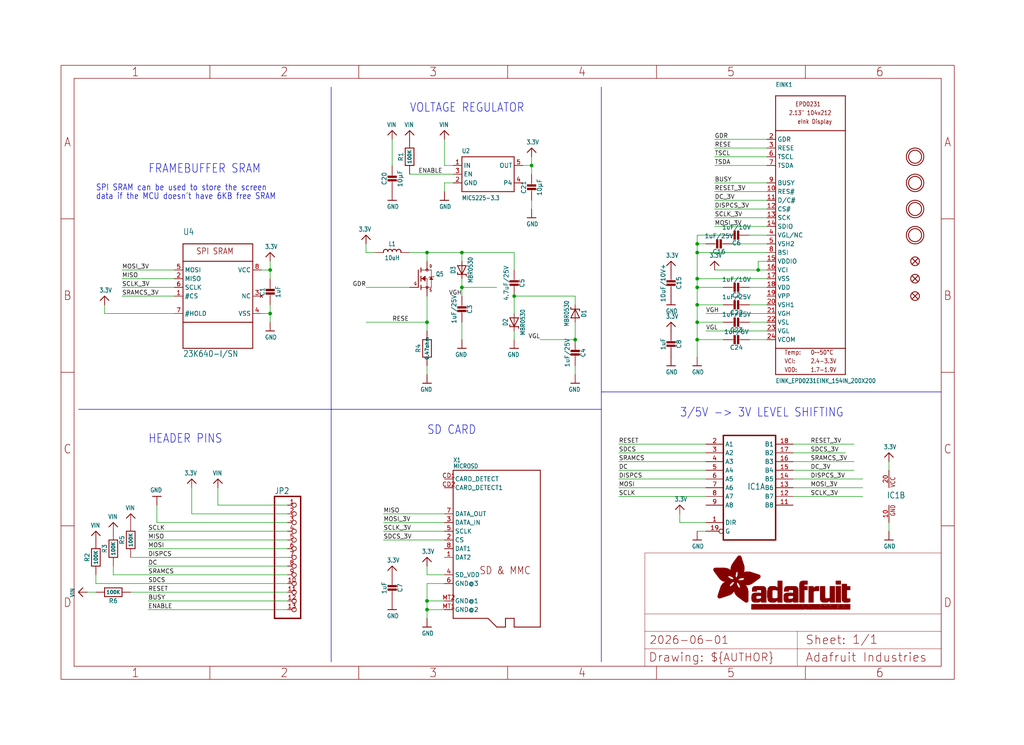
<source format=kicad_sch>
(kicad_sch (version 20230121) (generator eeschema)
  (paper "User" 298.45 217.322)
  (lib_symbols
    (symbol "working-eagle-import:3.3V" (power)
      (property "Value" "3.3V" (at -1.524 1.016 0))
      (symbol "3.3V_1_0"
        (pin power_in line (at 0 -2.54 90) (length 2.54) (name "3.3V") (number "1"))
      )
    )
    (symbol "working-eagle-import:74245TSSOP20"
      (property "Reference" "IC" (at -0.635 -0.635 0))
      (symbol "74245TSSOP20_1_0"
        (pin input line (at -12.7 -10.16 0) (length 5.08) (name "DIR") (number "1"))
        (pin bidirectional line (at 12.7 -5.08 180) (length 5.08) (name "B8") (number "11"))
        (pin bidirectional line (at 12.7 -2.54 180) (length 5.08) (name "B7") (number "12"))
        (pin bidirectional line (at 12.7 0 180) (length 5.08) (name "B6") (number "13"))
        (pin bidirectional line (at 12.7 2.54 180) (length 5.08) (name "B5") (number "14"))
        (pin bidirectional line (at 12.7 5.08 180) (length 5.08) (name "B4") (number "15"))
        (pin bidirectional line (at 12.7 7.62 180) (length 5.08) (name "B3") (number "16"))
        (pin bidirectional line (at 12.7 10.16 180) (length 5.08) (name "B2") (number "17"))
        (pin bidirectional line (at 12.7 12.7 180) (length 5.08) (name "B1") (number "18"))
        (pin input inverted (at -12.7 -12.7 0) (length 5.08) (name "G") (number "19"))
        (pin bidirectional line (at -12.7 12.7 0) (length 5.08) (name "A1") (number "2"))
        (pin bidirectional line (at -12.7 10.16 0) (length 5.08) (name "A2") (number "3"))
        (pin bidirectional line (at -12.7 7.62 0) (length 5.08) (name "A3") (number "4"))
        (pin bidirectional line (at -12.7 5.08 0) (length 5.08) (name "A4") (number "5"))
        (pin bidirectional line (at -12.7 2.54 0) (length 5.08) (name "A5") (number "6"))
        (pin bidirectional line (at -12.7 0 0) (length 5.08) (name "A6") (number "7"))
        (pin bidirectional line (at -12.7 -2.54 0) (length 5.08) (name "A7") (number "8"))
        (pin bidirectional line (at -12.7 -5.08 0) (length 5.08) (name "A8") (number "9"))
      )
      (symbol "74245TSSOP20_2_0"
        (text "GND" (at 1.905 -5.842 900) (effects (font (size 1.27 1.0795)) (justify left bottom)))
        (text "VCC" (at 1.905 2.54 900) (effects (font (size 1.27 1.0795)) (justify left bottom)))
        (pin power_in line (at 0 -7.62 90) (length 5.08) (name "GND") (number "10"))
        (pin power_in line (at 0 7.62 270) (length 5.08) (name "VCC") (number "20"))
      )
    )
    (symbol "working-eagle-import:CAP_CERAMIC0805-NOOUTLINE"
      (property "Reference" "C" (at -2.29 1.25 90))
      (symbol "CAP_CERAMIC0805-NOOUTLINE_1_0"
        (pin passive line (at 0 5.08 270) (length 2.54) (name "1") (number "1"))
        (pin passive line (at 0 -2.54 90) (length 2.54) (name "2") (number "2"))
      )
    )
    (symbol "working-eagle-import:CAP_CERAMIC0805_10MGAP"
      (property "Reference" "C" (at -2.29 1.25 90))
      (symbol "CAP_CERAMIC0805_10MGAP_1_0"
        (pin passive line (at 0 5.08 270) (length 2.54) (name "1") (number "1"))
        (pin passive line (at 0 -2.54 90) (length 2.54) (name "2") (number "2"))
      )
    )
    (symbol "working-eagle-import:DIODE-SCHOTTKYSOD-123"
      (property "Reference" "D" (at 0 2.54 0))
      (symbol "DIODE-SCHOTTKYSOD-123_1_0"
        (pin passive line (at -2.54 0 0) (length 2.54) (name "A") (number "A"))
        (pin passive line (at 2.54 0 180) (length 2.54) (name "C") (number "C"))
      )
    )
    (symbol "working-eagle-import:EINK_EPD0231EINK_154IN_200X200"
      (property "Reference" "EINK" (at -10.16 43.18 0))
      (symbol "EINK_EPD0231EINK_154IN_200X200_1_0"
        (text "0~~50°C" (at 0 -34.925 0) (effects (font (size 1.27 1.0795)) (justify left bottom)))
        (text "1.7-1.9V" (at 0 -40.005 0) (effects (font (size 1.27 1.0795)) (justify left bottom)))
        (text "2.13\" 104x212" (at -6.35 34.925 0) (effects (font (size 1.27 1.0795)) (justify left bottom)))
        (text "2.4-3.3V" (at 0 -37.465 0) (effects (font (size 1.27 1.0795)) (justify left bottom)))
        (text "eInk Display" (at -3.81 32.385 0) (effects (font (size 1.27 1.0795)) (justify left bottom)))
        (text "EPD0231" (at -4.445 37.465 0) (effects (font (size 1.27 1.0795)) (justify left bottom)))
        (text "Temp:" (at -7.62 -34.925 0) (effects (font (size 1.27 1.0795)) (justify left bottom)))
        (text "VCI:" (at -7.62 -37.465 0) (effects (font (size 1.27 1.0795)) (justify left bottom)))
        (text "VDD:" (at -7.62 -40.005 0) (effects (font (size 1.27 1.0795)) (justify left bottom)))
        (pin input line (at -12.7 12.7 0) (length 2.54) (name "RES#") (number "10"))
        (pin input line (at -12.7 10.16 0) (length 2.54) (name "D/C#") (number "11"))
        (pin input line (at -12.7 7.62 0) (length 2.54) (name "CS#") (number "12"))
        (pin bidirectional line (at -12.7 5.08 0) (length 2.54) (name "SCK") (number "13"))
        (pin bidirectional line (at -12.7 2.54 0) (length 2.54) (name "SDIO") (number "14"))
        (pin power_in line (at -12.7 -7.62 0) (length 2.54) (name "VDDIO") (number "15"))
        (pin power_in line (at -12.7 -10.16 0) (length 2.54) (name "VCI") (number "16"))
        (pin power_in line (at -12.7 -12.7 0) (length 2.54) (name "VSS") (number "17"))
        (pin passive line (at -12.7 -15.24 0) (length 2.54) (name "VDD") (number "18"))
        (pin passive line (at -12.7 -17.78 0) (length 2.54) (name "VPP") (number "19"))
        (pin output line (at -12.7 27.94 0) (length 2.54) (name "GDR") (number "2"))
        (pin passive line (at -12.7 -20.32 0) (length 2.54) (name "VSH1") (number "20"))
        (pin passive line (at -12.7 -22.86 0) (length 2.54) (name "VGH") (number "21"))
        (pin passive line (at -12.7 -25.4 0) (length 2.54) (name "VSL") (number "22"))
        (pin passive line (at -12.7 -27.94 0) (length 2.54) (name "VGL") (number "23"))
        (pin passive line (at -12.7 -30.48 0) (length 2.54) (name "VCOM") (number "24"))
        (pin input line (at -12.7 25.4 0) (length 2.54) (name "RESE") (number "3"))
        (pin bidirectional line (at -12.7 0 0) (length 2.54) (name "VGL/NC") (number "4"))
        (pin passive line (at -12.7 -2.54 0) (length 2.54) (name "VSH2") (number "5"))
        (pin output line (at -12.7 22.86 0) (length 2.54) (name "TSCL") (number "6"))
        (pin bidirectional line (at -12.7 20.32 0) (length 2.54) (name "TSDA") (number "7"))
        (pin input line (at -12.7 -5.08 0) (length 2.54) (name "BSI") (number "8"))
        (pin output line (at -12.7 15.24 0) (length 2.54) (name "BUSY") (number "9"))
      )
    )
    (symbol "working-eagle-import:FIDUCIAL_1MM")
    (symbol "working-eagle-import:FRAME_A4_ADAFRUIT"
      (symbol "FRAME_A4_ADAFRUIT_1_0"
        (text "${#}/${##}" (at 230.505 10.16 0) (effects (font (size 2.54 2.54)) (justify left bottom)))
        (text "${AUTHOR}" (at 189.23 5.08 0) (effects (font (size 2.286 2.286)) (justify left bottom)))
        (text "${CURRENT_DATE}" (at 171.45 10.16 0) (effects (font (size 2.286 2.286)) (justify left bottom)))
        (text "${PROJECTNAME}" (at 171.45 15.24 0) (effects (font (size 2.54 2.54)) (justify left bottom)))
        (text "1" (at 21.6958 1.905 0) (effects (font (size 2.54 2.286))))
        (text "1" (at 21.6958 177.165 0) (effects (font (size 2.54 2.286))))
        (text "2" (at 65.0875 1.905 0) (effects (font (size 2.54 2.286))))
        (text "2" (at 65.0875 177.165 0) (effects (font (size 2.54 2.286))))
        (text "3" (at 108.4792 1.905 0) (effects (font (size 2.54 2.286))))
        (text "3" (at 108.4792 177.165 0) (effects (font (size 2.54 2.286))))
        (text "4" (at 151.8708 1.905 0) (effects (font (size 2.54 2.286))))
        (text "4" (at 151.8708 177.165 0) (effects (font (size 2.54 2.286))))
        (text "5" (at 195.2625 1.905 0) (effects (font (size 2.54 2.286))))
        (text "5" (at 195.2625 177.165 0) (effects (font (size 2.54 2.286))))
        (text "6" (at 238.6542 1.905 0) (effects (font (size 2.54 2.286))))
        (text "6" (at 238.6542 177.165 0) (effects (font (size 2.54 2.286))))
        (text "A" (at 1.905 156.6863 0) (effects (font (size 2.54 2.286))))
        (text "A" (at 258.445 156.6863 0) (effects (font (size 2.54 2.286))))
        (text "Adafruit Industries" (at 216.916 4.953 0) (effects (font (size 2.54 2.54)) (justify left bottom)))
        (text "B" (at 1.905 111.9188 0) (effects (font (size 2.54 2.286))))
        (text "B" (at 258.445 111.9188 0) (effects (font (size 2.54 2.286))))
        (text "C" (at 1.905 67.1513 0) (effects (font (size 2.54 2.286))))
        (text "C" (at 258.445 67.1513 0) (effects (font (size 2.54 2.286))))
        (text "D" (at 1.905 22.3838 0) (effects (font (size 2.54 2.286))))
        (text "D" (at 258.445 22.3838 0) (effects (font (size 2.54 2.286))))
        (text "Drawing:" (at 171.196 4.953 0) (effects (font (size 2.54 2.54)) (justify left bottom)))
        (text "Sheet:" (at 216.916 10.033 0) (effects (font (size 2.54 2.54)) (justify left bottom)))
      )
    )
    (symbol "working-eagle-import:GND" (power)
      (property "Value" "GND" (at -1.524 -2.54 0))
      (symbol "GND_1_0"
        (pin power_in line (at 0 2.54 270) (length 2.54) (name "GND") (number "1"))
      )
    )
    (symbol "working-eagle-import:HEADER-1X13"
      (property "Reference" "JP" (at -6.35 18.415 0))
      (symbol "HEADER-1X13_1_0"
        (pin passive inverted (at -2.54 15.24 0) (length 2.54) (name "1") (number "1"))
        (pin passive inverted (at -2.54 -7.62 0) (length 2.54) (name "10") (number "10"))
        (pin passive inverted (at -2.54 -10.16 0) (length 2.54) (name "11") (number "11"))
        (pin passive inverted (at -2.54 -12.7 0) (length 2.54) (name "12") (number "12"))
        (pin passive inverted (at -2.54 -15.24 0) (length 2.54) (name "13") (number "13"))
        (pin passive inverted (at -2.54 12.7 0) (length 2.54) (name "2") (number "2"))
        (pin passive inverted (at -2.54 10.16 0) (length 2.54) (name "3") (number "3"))
        (pin passive inverted (at -2.54 7.62 0) (length 2.54) (name "4") (number "4"))
        (pin passive inverted (at -2.54 5.08 0) (length 2.54) (name "5") (number "5"))
        (pin passive inverted (at -2.54 2.54 0) (length 2.54) (name "6") (number "6"))
        (pin passive inverted (at -2.54 0 0) (length 2.54) (name "7") (number "7"))
        (pin passive inverted (at -2.54 -2.54 0) (length 2.54) (name "8") (number "8"))
        (pin passive inverted (at -2.54 -5.08 0) (length 2.54) (name "9") (number "9"))
      )
    )
    (symbol "working-eagle-import:INDUCTORNR401"
      (property "Reference" "L" (at 0 2.54 0))
      (symbol "INDUCTORNR401_1_0"
        (pin passive line (at -5.08 0 0) (length 2.54) (name "1") (number "P$1"))
        (pin passive line (at 5.08 0 180) (length 2.54) (name "2") (number "P$2"))
      )
    )
    (symbol "working-eagle-import:IRLML2060TRPBF"
      (property "Reference" "Q" (at 5.08 0.635 0))
      (symbol "IRLML2060TRPBF_1_0"
        (text "D" (at 3.175 3.175 0) (effects (font (size 0.8128 0.6908)) (justify left bottom)))
        (text "G" (at -1.27 -1.905 0) (effects (font (size 0.8128 0.6908)) (justify left bottom)))
        (text "S" (at 3.175 -3.81 0) (effects (font (size 0.8128 0.6908)) (justify left bottom)))
        (pin bidirectional line (at -2.54 -2.54 0) (length 2.54) (name "G") (number "1"))
        (pin bidirectional line (at 2.54 -5.08 90) (length 2.54) (name "S") (number "2"))
        (pin bidirectional line (at 2.54 5.08 270) (length 2.54) (name "D") (number "3"))
      )
    )
    (symbol "working-eagle-import:MICROSD"
      (property "Reference" "X" (at -12.7 22.606 0))
      (symbol "MICROSD_1_0"
        (text "SD & MMC" (at -5.08 -10.16 0) (effects (font (size 2.1844 1.8567)) (justify left bottom)))
        (pin bidirectional line (at -15.24 -5.08 0) (length 2.54) (name "DAT2") (number "1"))
        (pin input line (at -15.24 0 0) (length 2.54) (name "CS") (number "2"))
        (pin input line (at -15.24 5.08 0) (length 2.54) (name "DATA_IN") (number "3"))
        (pin power_in line (at -15.24 -10.16 0) (length 2.54) (name "SD_VDD") (number "4"))
        (pin input line (at -15.24 2.54 0) (length 2.54) (name "SCLK") (number "5"))
        (pin power_in line (at -15.24 -12.7 0) (length 2.54) (name "GND@3") (number "6"))
        (pin output line (at -15.24 7.62 0) (length 2.54) (name "DATA_OUT") (number "7"))
        (pin bidirectional line (at -15.24 -2.54 0) (length 2.54) (name "DAT1") (number "8"))
        (pin passive line (at -15.24 17.78 0) (length 2.54) (name "CARD_DETECT") (number "CD1"))
        (pin passive line (at -15.24 15.24 0) (length 2.54) (name "CARD_DETECT1") (number "CD2"))
        (pin power_in line (at -15.24 -20.32 0) (length 2.54) (name "GND@2") (number "MT1"))
        (pin power_in line (at -15.24 -17.78 0) (length 2.54) (name "GND@1") (number "MT2"))
      )
    )
    (symbol "working-eagle-import:MOUNTINGHOLE2.5")
    (symbol "working-eagle-import:RESISTOR0805_10MGAP"
      (property "Reference" "R" (at 0 2.54 0))
      (symbol "RESISTOR0805_10MGAP_1_0"
        (pin passive line (at -5.08 0 0) (length 2.54) (name "1") (number "1"))
        (pin passive line (at 5.08 0 180) (length 2.54) (name "2") (number "2"))
      )
    )
    (symbol "working-eagle-import:RESISTOR0805_NOOUTLINE"
      (property "Reference" "R" (at 0 2.54 0))
      (symbol "RESISTOR0805_NOOUTLINE_1_0"
        (pin passive line (at -5.08 0 0) (length 2.54) (name "1") (number "1"))
        (pin passive line (at 5.08 0 180) (length 2.54) (name "2") (number "2"))
      )
    )
    (symbol "working-eagle-import:SRAM_SPI_SOIC8"
      (property "Reference" "U" (at -10.16 17.78 0))
      (symbol "SRAM_SPI_SOIC8_1_0"
        (text "SPI SRAM" (at -6.35 12.065 0) (effects (font (size 1.778 1.5113)) (justify left bottom)))
        (pin input line (at -12.7 0 0) (length 2.54) (name "#CS") (number "1"))
        (pin output line (at -12.7 5.08 0) (length 2.54) (name "MISO") (number "2"))
        (pin no_connect line (at 12.7 0 180) (length 2.54) (name "NC") (number "3"))
        (pin power_in line (at 12.7 -5.08 180) (length 2.54) (name "VSS") (number "4"))
        (pin input line (at -12.7 7.62 0) (length 2.54) (name "MOSI") (number "5"))
        (pin input line (at -12.7 2.54 0) (length 2.54) (name "SCLK") (number "6"))
        (pin input line (at -12.7 -5.08 0) (length 2.54) (name "#HOLD") (number "7"))
        (pin power_in line (at 12.7 7.62 180) (length 2.54) (name "VCC") (number "8"))
      )
    )
    (symbol "working-eagle-import:VIN" (power)
      (property "Value" "VIN" (at -1.524 1.016 0))
      (symbol "VIN_1_0"
        (pin power_in line (at 0 -2.54 90) (length 2.54) (name "VIN") (number "1"))
      )
    )
    (symbol "working-eagle-import:VREG_SOT23-5"
      (property "Reference" "U" (at -7.62 6.096 0))
      (symbol "VREG_SOT23-5_1_0"
        (pin power_in line (at -10.16 2.54 0) (length 2.54) (name "IN") (number "1"))
        (pin power_in line (at -10.16 -2.54 0) (length 2.54) (name "GND") (number "2"))
        (pin input line (at -10.16 0 0) (length 2.54) (name "EN") (number "3"))
        (pin bidirectional line (at 10.16 -2.54 180) (length 2.54) (name "P4") (number "4"))
        (pin power_in line (at 10.16 2.54 180) (length 2.54) (name "OUT") (number "5"))
      )
    )
  )
  (junction (at 78.74 78.74))
  (junction (at 124.46 73.66))
  (junction (at 124.46 175.26))
  (junction (at 203.2 99.06))
  (junction (at 167.64 99.06))
  (junction (at 203.2 88.9))
  (junction (at 203.2 83.82))
  (junction (at 203.2 81.28))
  (junction (at 124.46 177.8))
  (junction (at 134.62 83.82))
  (junction (at 203.2 93.98))
  (junction (at 203.2 73.66))
  (junction (at 78.74 91.44))
  (junction (at 149.86 86.36))
  (junction (at 154.94 48.26))
  (junction (at 220.98 78.74))
  (junction (at 203.2 71.12))
  (junction (at 134.62 73.66))
  (junction (at 124.46 93.98))
  (wire (pts (xy 83.82 160.02) (xy 43.18 160.02)) (stroke (width 0.1524)))
  (wire (pts (xy 35.56 86.36) (xy 50.8 86.36)) (stroke (width 0.1524)))
  (wire (pts (xy 83.82 177.8) (xy 43.18 177.8)) (stroke (width 0.1524)))
  (wire (pts (xy 134.62 93.98) (xy 134.62 99.06)) (stroke (width 0.1524)))
  (wire (pts (xy 129.54 167.64) (xy 124.46 167.64)) (stroke (width 0.1524)))
  (wire (pts (xy 38.1 172.72) (xy 83.82 172.72)) (stroke (width 0.1524)))
  (polyline (pts (xy 96.52 25.4) (xy 96.52 119.38)) (stroke (width 0.1524) (type solid)))
  (wire (pts (xy 231.14 137.16) (xy 248.92 137.16)) (stroke (width 0.1524)))
  (wire (pts (xy 220.98 78.74) (xy 223.52 78.74)) (stroke (width 0.1524)))
  (wire (pts (xy 223.52 81.28) (xy 203.2 81.28)) (stroke (width 0.1524)))
  (wire (pts (xy 76.2 91.44) (xy 78.74 91.44)) (stroke (width 0.1524)))
  (wire (pts (xy 223.52 91.44) (xy 205.74 91.44)) (stroke (width 0.1524)))
  (wire (pts (xy 203.2 88.9) (xy 203.2 83.82)) (stroke (width 0.1524)))
  (wire (pts (xy 106.68 83.82) (xy 119.38 83.82)) (stroke (width 0.1524)))
  (wire (pts (xy 203.2 68.58) (xy 203.2 71.12)) (stroke (width 0.1524)))
  (wire (pts (xy 198.12 152.4) (xy 198.12 149.86)) (stroke (width 0.1524)))
  (wire (pts (xy 154.94 48.26) (xy 154.94 45.72)) (stroke (width 0.1524)))
  (polyline (pts (xy 96.52 119.38) (xy 96.52 193.04)) (stroke (width 0.1524) (type solid)))
  (wire (pts (xy 55.88 149.86) (xy 55.88 142.24)) (stroke (width 0.1524)))
  (wire (pts (xy 124.46 177.8) (xy 124.46 180.34)) (stroke (width 0.1524)))
  (wire (pts (xy 203.2 154.94) (xy 205.74 154.94)) (stroke (width 0.1524)))
  (wire (pts (xy 203.2 71.12) (xy 205.74 71.12)) (stroke (width 0.1524)))
  (wire (pts (xy 124.46 96.52) (xy 124.46 93.98)) (stroke (width 0.1524)))
  (polyline (pts (xy 22.86 119.38) (xy 96.52 119.38)) (stroke (width 0.1524) (type solid)))
  (wire (pts (xy 203.2 99.06) (xy 203.2 93.98)) (stroke (width 0.1524)))
  (wire (pts (xy 218.44 88.9) (xy 223.52 88.9)) (stroke (width 0.1524)))
  (wire (pts (xy 180.34 144.78) (xy 205.74 144.78)) (stroke (width 0.1524)))
  (wire (pts (xy 149.86 91.44) (xy 149.86 86.36)) (stroke (width 0.1524)))
  (wire (pts (xy 220.98 78.74) (xy 208.28 78.74)) (stroke (width 0.1524)))
  (wire (pts (xy 259.08 154.94) (xy 259.08 152.4)) (stroke (width 0.1524)))
  (wire (pts (xy 167.64 88.9) (xy 167.64 86.36)) (stroke (width 0.1524)))
  (wire (pts (xy 167.64 86.36) (xy 149.86 86.36)) (stroke (width 0.1524)))
  (polyline (pts (xy 175.26 114.3) (xy 175.26 119.38)) (stroke (width 0.1524) (type solid)))
  (wire (pts (xy 149.86 73.66) (xy 149.86 78.74)) (stroke (width 0.1524)))
  (wire (pts (xy 124.46 170.18) (xy 124.46 175.26)) (stroke (width 0.1524)))
  (wire (pts (xy 124.46 86.36) (xy 124.46 93.98)) (stroke (width 0.1524)))
  (polyline (pts (xy 175.26 114.3) (xy 274.32 114.3)) (stroke (width 0.1524) (type solid)))
  (wire (pts (xy 134.62 86.36) (xy 134.62 83.82)) (stroke (width 0.1524)))
  (wire (pts (xy 129.54 149.86) (xy 111.76 149.86)) (stroke (width 0.1524)))
  (wire (pts (xy 129.54 177.8) (xy 124.46 177.8)) (stroke (width 0.1524)))
  (wire (pts (xy 223.52 53.34) (xy 208.28 53.34)) (stroke (width 0.1524)))
  (wire (pts (xy 223.52 68.58) (xy 218.44 68.58)) (stroke (width 0.1524)))
  (wire (pts (xy 154.94 58.42) (xy 154.94 60.96)) (stroke (width 0.1524)))
  (wire (pts (xy 132.08 50.8) (xy 119.38 50.8)) (stroke (width 0.1524)))
  (wire (pts (xy 111.76 152.4) (xy 129.54 152.4)) (stroke (width 0.1524)))
  (wire (pts (xy 134.62 81.28) (xy 134.62 83.82)) (stroke (width 0.1524)))
  (wire (pts (xy 223.52 73.66) (xy 203.2 73.66)) (stroke (width 0.1524)))
  (wire (pts (xy 223.52 66.04) (xy 208.28 66.04)) (stroke (width 0.1524)))
  (wire (pts (xy 208.28 43.18) (xy 223.52 43.18)) (stroke (width 0.1524)))
  (wire (pts (xy 210.82 93.98) (xy 203.2 93.98)) (stroke (width 0.1524)))
  (wire (pts (xy 83.82 154.94) (xy 43.18 154.94)) (stroke (width 0.1524)))
  (wire (pts (xy 223.52 40.64) (xy 208.28 40.64)) (stroke (width 0.1524)))
  (wire (pts (xy 35.56 83.82) (xy 50.8 83.82)) (stroke (width 0.1524)))
  (wire (pts (xy 111.76 154.94) (xy 129.54 154.94)) (stroke (width 0.1524)))
  (wire (pts (xy 50.8 91.44) (xy 30.48 91.44)) (stroke (width 0.1524)))
  (wire (pts (xy 210.82 83.82) (xy 203.2 83.82)) (stroke (width 0.1524)))
  (wire (pts (xy 231.14 144.78) (xy 251.46 144.78)) (stroke (width 0.1524)))
  (wire (pts (xy 208.28 60.96) (xy 223.52 60.96)) (stroke (width 0.1524)))
  (wire (pts (xy 129.54 170.18) (xy 124.46 170.18)) (stroke (width 0.1524)))
  (wire (pts (xy 27.94 170.18) (xy 27.94 167.64)) (stroke (width 0.1524)))
  (wire (pts (xy 223.52 76.2) (xy 220.98 76.2)) (stroke (width 0.1524)))
  (wire (pts (xy 134.62 73.66) (xy 134.62 76.2)) (stroke (width 0.1524)))
  (wire (pts (xy 134.62 73.66) (xy 149.86 73.66)) (stroke (width 0.1524)))
  (wire (pts (xy 33.02 167.64) (xy 33.02 165.1)) (stroke (width 0.1524)))
  (wire (pts (xy 203.2 93.98) (xy 203.2 88.9)) (stroke (width 0.1524)))
  (wire (pts (xy 231.14 142.24) (xy 251.46 142.24)) (stroke (width 0.1524)))
  (wire (pts (xy 45.72 147.32) (xy 45.72 152.4)) (stroke (width 0.1524)))
  (wire (pts (xy 129.54 175.26) (xy 124.46 175.26)) (stroke (width 0.1524)))
  (wire (pts (xy 205.74 134.62) (xy 180.34 134.62)) (stroke (width 0.1524)))
  (wire (pts (xy 144.78 83.82) (xy 134.62 83.82)) (stroke (width 0.1524)))
  (wire (pts (xy 78.74 78.74) (xy 78.74 81.28)) (stroke (width 0.1524)))
  (wire (pts (xy 231.14 134.62) (xy 248.92 134.62)) (stroke (width 0.1524)))
  (wire (pts (xy 157.48 99.06) (xy 167.64 99.06)) (stroke (width 0.1524)))
  (wire (pts (xy 208.28 45.72) (xy 223.52 45.72)) (stroke (width 0.1524)))
  (wire (pts (xy 205.74 132.08) (xy 180.34 132.08)) (stroke (width 0.1524)))
  (wire (pts (xy 27.94 172.72) (xy 25.4 172.72)) (stroke (width 0.1524)))
  (wire (pts (xy 223.52 58.42) (xy 208.28 58.42)) (stroke (width 0.1524)))
  (wire (pts (xy 30.48 91.44) (xy 30.48 88.9)) (stroke (width 0.1524)))
  (wire (pts (xy 205.74 142.24) (xy 180.34 142.24)) (stroke (width 0.1524)))
  (wire (pts (xy 63.5 147.32) (xy 63.5 142.24)) (stroke (width 0.1524)))
  (wire (pts (xy 208.28 63.5) (xy 223.52 63.5)) (stroke (width 0.1524)))
  (wire (pts (xy 124.46 167.64) (xy 124.46 165.1)) (stroke (width 0.1524)))
  (wire (pts (xy 231.14 129.54) (xy 248.92 129.54)) (stroke (width 0.1524)))
  (wire (pts (xy 50.8 81.28) (xy 35.56 81.28)) (stroke (width 0.1524)))
  (wire (pts (xy 83.82 149.86) (xy 55.88 149.86)) (stroke (width 0.1524)))
  (wire (pts (xy 167.64 109.22) (xy 167.64 106.68)) (stroke (width 0.1524)))
  (wire (pts (xy 106.68 73.66) (xy 109.22 73.66)) (stroke (width 0.1524)))
  (wire (pts (xy 124.46 93.98) (xy 106.68 93.98)) (stroke (width 0.1524)))
  (wire (pts (xy 132.08 53.34) (xy 129.54 53.34)) (stroke (width 0.1524)))
  (wire (pts (xy 203.2 83.82) (xy 203.2 81.28)) (stroke (width 0.1524)))
  (wire (pts (xy 124.46 73.66) (xy 134.62 73.66)) (stroke (width 0.1524)))
  (wire (pts (xy 78.74 78.74) (xy 78.74 76.2)) (stroke (width 0.1524)))
  (wire (pts (xy 129.54 157.48) (xy 111.76 157.48)) (stroke (width 0.1524)))
  (wire (pts (xy 218.44 99.06) (xy 223.52 99.06)) (stroke (width 0.1524)))
  (wire (pts (xy 83.82 167.64) (xy 33.02 167.64)) (stroke (width 0.1524)))
  (wire (pts (xy 43.18 175.26) (xy 83.82 175.26)) (stroke (width 0.1524)))
  (wire (pts (xy 167.64 99.06) (xy 167.64 93.98)) (stroke (width 0.1524)))
  (wire (pts (xy 124.46 109.22) (xy 124.46 106.68)) (stroke (width 0.1524)))
  (wire (pts (xy 129.54 48.26) (xy 129.54 40.64)) (stroke (width 0.1524)))
  (wire (pts (xy 223.52 83.82) (xy 218.44 83.82)) (stroke (width 0.1524)))
  (wire (pts (xy 149.86 96.52) (xy 149.86 99.06)) (stroke (width 0.1524)))
  (wire (pts (xy 223.52 96.52) (xy 205.74 96.52)) (stroke (width 0.1524)))
  (wire (pts (xy 45.72 152.4) (xy 83.82 152.4)) (stroke (width 0.1524)))
  (wire (pts (xy 83.82 157.48) (xy 43.18 157.48)) (stroke (width 0.1524)))
  (polyline (pts (xy 175.26 119.38) (xy 175.26 193.04)) (stroke (width 0.1524) (type solid)))
  (polyline (pts (xy 96.52 119.38) (xy 175.26 119.38)) (stroke (width 0.1524) (type solid)))
  (wire (pts (xy 43.18 165.1) (xy 83.82 165.1)) (stroke (width 0.1524)))
  (wire (pts (xy 124.46 175.26) (xy 124.46 177.8)) (stroke (width 0.1524)))
  (wire (pts (xy 63.5 147.32) (xy 83.82 147.32)) (stroke (width 0.1524)))
  (wire (pts (xy 78.74 91.44) (xy 78.74 93.98)) (stroke (width 0.1524)))
  (wire (pts (xy 205.74 152.4) (xy 198.12 152.4)) (stroke (width 0.1524)))
  (wire (pts (xy 35.56 78.74) (xy 50.8 78.74)) (stroke (width 0.1524)))
  (wire (pts (xy 76.2 78.74) (xy 78.74 78.74)) (stroke (width 0.1524)))
  (wire (pts (xy 218.44 93.98) (xy 223.52 93.98)) (stroke (width 0.1524)))
  (wire (pts (xy 259.08 134.62) (xy 259.08 137.16)) (stroke (width 0.1524)))
  (wire (pts (xy 83.82 170.18) (xy 27.94 170.18)) (stroke (width 0.1524)))
  (wire (pts (xy 83.82 162.56) (xy 38.1 162.56)) (stroke (width 0.1524)))
  (wire (pts (xy 129.54 53.34) (xy 129.54 55.88)) (stroke (width 0.1524)))
  (wire (pts (xy 78.74 88.9) (xy 78.74 91.44)) (stroke (width 0.1524)))
  (wire (pts (xy 180.34 139.7) (xy 205.74 139.7)) (stroke (width 0.1524)))
  (wire (pts (xy 205.74 129.54) (xy 180.34 129.54)) (stroke (width 0.1524)))
  (wire (pts (xy 220.98 76.2) (xy 220.98 78.74)) (stroke (width 0.1524)))
  (wire (pts (xy 223.52 71.12) (xy 213.36 71.12)) (stroke (width 0.1524)))
  (wire (pts (xy 208.28 48.26) (xy 223.52 48.26)) (stroke (width 0.1524)))
  (wire (pts (xy 210.82 99.06) (xy 203.2 99.06)) (stroke (width 0.1524)))
  (wire (pts (xy 132.08 48.26) (xy 129.54 48.26)) (stroke (width 0.1524)))
  (wire (pts (xy 203.2 73.66) (xy 203.2 71.12)) (stroke (width 0.1524)))
  (wire (pts (xy 231.14 132.08) (xy 246.38 132.08)) (stroke (width 0.1524)))
  (wire (pts (xy 205.74 137.16) (xy 180.34 137.16)) (stroke (width 0.1524)))
  (wire (pts (xy 124.46 73.66) (xy 119.38 73.66)) (stroke (width 0.1524)))
  (wire (pts (xy 114.3 40.64) (xy 114.3 48.26)) (stroke (width 0.1524)))
  (wire (pts (xy 154.94 48.26) (xy 154.94 50.8)) (stroke (width 0.1524)))
  (wire (pts (xy 203.2 104.14) (xy 203.2 99.06)) (stroke (width 0.1524)))
  (wire (pts (xy 208.28 55.88) (xy 223.52 55.88)) (stroke (width 0.1524)))
  (wire (pts (xy 124.46 76.2) (xy 124.46 73.66)) (stroke (width 0.1524)))
  (wire (pts (xy 203.2 81.28) (xy 203.2 73.66)) (stroke (width 0.1524)))
  (wire (pts (xy 231.14 139.7) (xy 251.46 139.7)) (stroke (width 0.1524)))
  (wire (pts (xy 210.82 88.9) (xy 203.2 88.9)) (stroke (width 0.1524)))
  (polyline (pts (xy 175.26 25.4) (xy 175.26 114.3)) (stroke (width 0.1524) (type solid)))
  (wire (pts (xy 152.4 48.26) (xy 154.94 48.26)) (stroke (width 0.1524)))
  (wire (pts (xy 106.68 71.12) (xy 106.68 73.66)) (stroke (width 0.1524)))
  (wire (pts (xy 210.82 68.58) (xy 203.2 68.58)) (stroke (width 0.1524)))
  (text "HEADER PINS" (at 43.18 129.54 0) (effects (font (size 2.54 2.159)) (justify left bottom)))
  (text "3/5V -> 3V LEVEL SHIFTING" (at 198.12 121.92 0) (effects (font (size 2.54 2.159)) (justify left bottom)))
  (text "FRAMEBUFFER SRAM" (at 43.18 50.8 0) (effects (font (size 2.54 2.159)) (justify left bottom)))
  (text "SPI SRAM can be used to store the screen" (at 27.94 55.88 0) (effects (font (size 1.778 1.5113)) (justify left bottom)))
  (text "VOLTAGE REGULATOR" (at 119.38 33.02 0) (effects (font (size 2.54 2.159)) (justify left bottom)))
  (text "SD CARD" (at 124.46 127 0) (effects (font (size 2.54 2.159)) (justify left bottom)))
  (text "data if the MCU doesn't have 6KB free SRAM" (at 27.94 58.42 0) (effects (font (size 1.778 1.5113)) (justify left bottom)))
  (label "DC" (at 43.18 165.1 0) (effects (font (size 1.2446 1.2446))))
  (label "SDCS_3V" (at 111.76 157.48 0) (effects (font (size 1.2446 1.2446))))
  (label "TSDA" (at 208.28 48.26 0) (effects (font (size 1.2446 1.2446))))
  (label "DC_3V" (at 236.22 137.16 0) (effects (font (size 1.2446 1.2446))))
  (label "SCLK_3V" (at 111.76 154.94 0) (effects (font (size 1.2446 1.2446))))
  (label "ENABLE" (at 121.92 50.8 0) (effects (font (size 1.2446 1.2446))))
  (label "SRAMCS_3V" (at 236.22 134.62 0) (effects (font (size 1.2446 1.2446))))
  (label "DISPCS_3V" (at 236.22 139.7 0) (effects (font (size 1.2446 1.2446))))
  (label "VGL" (at 157.48 99.06 180) (effects (font (size 1.2446 1.2446))))
  (label "BUSY" (at 43.18 175.26 0) (effects (font (size 1.2446 1.2446))))
  (label "DISPCS" (at 43.18 162.56 0) (effects (font (size 1.2446 1.2446))))
  (label "RESE" (at 208.28 43.18 0) (effects (font (size 1.2446 1.2446))))
  (label "MOSI" (at 43.18 160.02 0) (effects (font (size 1.2446 1.2446))))
  (label "RESE" (at 114.3 93.98 0) (effects (font (size 1.2446 1.2446))))
  (label "SRAMCS" (at 43.18 167.64 0) (effects (font (size 1.2446 1.2446))))
  (label "MOSI_3V" (at 236.22 142.24 0) (effects (font (size 1.2446 1.2446))))
  (label "RESET_3V" (at 236.22 129.54 0) (effects (font (size 1.2446 1.2446))))
  (label "SCLK_3V" (at 35.56 83.82 0) (effects (font (size 1.2446 1.2446))))
  (label "VGH" (at 134.62 86.36 180) (effects (font (size 1.2446 1.2446))))
  (label "VGL" (at 205.74 96.52 0) (effects (font (size 1.2446 1.2446))))
  (label "RESET_3V" (at 208.28 55.88 0) (effects (font (size 1.2446 1.2446))))
  (label "SDCS_3V" (at 236.22 132.08 0) (effects (font (size 1.2446 1.2446))))
  (label "RESET" (at 180.34 129.54 0) (effects (font (size 1.2446 1.2446))))
  (label "SCLK_3V" (at 208.28 63.5 0) (effects (font (size 1.2446 1.2446))))
  (label "MISO" (at 35.56 81.28 0) (effects (font (size 1.2446 1.2446))))
  (label "DISPCS_3V" (at 208.28 60.96 0) (effects (font (size 1.2446 1.2446))))
  (label "SCLK" (at 43.18 154.94 0) (effects (font (size 1.2446 1.2446))))
  (label "RESET" (at 43.18 172.72 0) (effects (font (size 1.2446 1.2446))))
  (label "TSCL" (at 208.28 45.72 0) (effects (font (size 1.2446 1.2446))))
  (label "SRAMCS_3V" (at 35.56 86.36 0) (effects (font (size 1.2446 1.2446))))
  (label "SCLK_3V" (at 236.22 144.78 0) (effects (font (size 1.2446 1.2446))))
  (label "SRAMCS" (at 180.34 134.62 0) (effects (font (size 1.2446 1.2446))))
  (label "MOSI_3V" (at 111.76 152.4 0) (effects (font (size 1.2446 1.2446))))
  (label "ENABLE" (at 43.18 177.8 0) (effects (font (size 1.2446 1.2446))))
  (label "BUSY" (at 208.28 53.34 0) (effects (font (size 1.2446 1.2446))))
  (label "MISO" (at 111.76 149.86 0) (effects (font (size 1.2446 1.2446))))
  (label "VGH" (at 205.74 91.44 0) (effects (font (size 1.2446 1.2446))))
  (label "GDR" (at 208.28 40.64 0) (effects (font (size 1.2446 1.2446))))
  (label "GDR" (at 106.68 83.82 180) (effects (font (size 1.2446 1.2446))))
  (label "MISO" (at 43.18 157.48 0) (effects (font (size 1.2446 1.2446))))
  (label "MOSI_3V" (at 208.28 66.04 0) (effects (font (size 1.2446 1.2446))))
  (label "MOSI_3V" (at 35.56 78.74 0) (effects (font (size 1.2446 1.2446))))
  (label "DC_3V" (at 208.28 58.42 0) (effects (font (size 1.2446 1.2446))))
  (label "DC" (at 180.34 137.16 0) (effects (font (size 1.2446 1.2446))))
  (label "MOSI" (at 180.34 142.24 0) (effects (font (size 1.2446 1.2446))))
  (label "DISPCS" (at 180.34 139.7 0) (effects (font (size 1.2446 1.2446))))
  (label "SDCS" (at 43.18 170.18 0) (effects (font (size 1.2446 1.2446))))
  (label "SCLK" (at 180.34 144.78 0) (effects (font (size 1.2446 1.2446))))
  (label "SDCS" (at 180.34 132.08 0) (effects (font (size 1.2446 1.2446))))
  (symbol (lib_id "working-eagle-import:SRAM_SPI_SOIC8") (at 63.5 86.36 0) (unit 1)
    (property "Reference" "U4" (at 53.34 68.58 0) (effects (font (size 1.778 1.5113)) (justify left bottom)))
    (property "Value" "23K640-I/SN" (at 53.34 104.14 0) (effects (font (size 1.778 1.5113)) (justify left bottom)))
    (property "Footprint" "working:SOIC8_150MIL" (effects hide))
  )
  (symbol (lib_id "working-eagle-import:VIN") (at 114.3 38.1 0) (unit 1)
    (property "Reference" "#U$24" (effects hide))
    (property "Value" "VIN" (at 112.776 37.084 0) (effects (font (size 1.27 1.0795)) (justify left bottom)))
  )
  (symbol (lib_id "working-eagle-import:CAP_CERAMIC0805-NOOUTLINE") (at 215.9 93.98 90) (unit 1)
    (property "Reference" "C23" (at 214.65 96.27 90))
    (property "Value" "1uF/25V" (at 214.65 91.68 90))
    (property "Footprint" "working:0805-NO" (effects hide))
  )
  (symbol (lib_id "working-eagle-import:FRAME_A4_ADAFRUIT") (at 17.78 198.12 0) (unit 1)
    (property "Reference" "#U$43" (effects hide))
    (property "Value" "FRAME_A4_ADAFRUIT" (effects hide))
  )
  (symbol (lib_id "working-eagle-import:MOUNTINGHOLE2.5") (at 266.7 68.58 90) (unit 1)
    (property "Reference" "U$6" (effects hide))
    (property "Value" "MOUNTINGHOLE2.5" (effects hide))
    (property "Footprint" "working:MOUNTINGHOLE_2.5_PLATED" (effects hide))
  )
  (symbol (lib_id "working-eagle-import:RESISTOR0805_10MGAP") (at 124.46 101.6 90) (mirror x) (unit 1)
    (property "Reference" "R4" (at 121.92 101.6 0))
    (property "Value" "0.47ohm" (at 124.46 101.6 0) (effects (font (size 1.016 1.016) bold)))
    (property "Footprint" "working:0805_10MGAP" (effects hide))
  )
  (symbol (lib_id "working-eagle-import:MICROSD") (at 144.78 157.48 0) (unit 1)
    (property "Reference" "X1" (at 132.08 134.874 0) (effects (font (size 1.27 1.0795)) (justify left bottom)))
    (property "Value" "MICROSD" (at 132.08 136.652 0) (effects (font (size 1.27 1.0795)) (justify left bottom)))
    (property "Footprint" "working:MICROSD" (effects hide))
  )
  (symbol (lib_id "working-eagle-import:DIODE-SCHOTTKYSOD-123") (at 149.86 93.98 90) (mirror x) (unit 1)
    (property "Reference" "D2" (at 147.32 93.98 0) (effects (font (size 1.27 1.0795))))
    (property "Value" "MBR0530" (at 152.36 93.98 0) (effects (font (size 1.27 1.0795))))
    (property "Footprint" "working:SOD-123" (effects hide))
  )
  (symbol (lib_id "working-eagle-import:RESISTOR0805_NOOUTLINE") (at 119.38 45.72 90) (unit 1)
    (property "Reference" "R1" (at 116.84 45.72 0))
    (property "Value" "100K" (at 119.38 45.72 0) (effects (font (size 1.016 1.016) bold)))
    (property "Footprint" "working:0805-NO" (effects hide))
  )
  (symbol (lib_id "working-eagle-import:VIN") (at 33.02 152.4 0) (unit 1)
    (property "Reference" "#U$34" (effects hide))
    (property "Value" "VIN" (at 31.496 151.384 0) (effects (font (size 1.27 1.0795)) (justify left bottom)))
  )
  (symbol (lib_id "working-eagle-import:CAP_CERAMIC0805-NOOUTLINE") (at 114.3 172.72 0) (mirror y) (unit 1)
    (property "Reference" "C7" (at 116.59 171.47 90))
    (property "Value" "1uF" (at 112 171.47 90))
    (property "Footprint" "working:0805-NO" (effects hide))
  )
  (symbol (lib_id "working-eagle-import:DIODE-SCHOTTKYSOD-123") (at 167.64 91.44 270) (mirror x) (unit 1)
    (property "Reference" "D1" (at 170.18 91.44 0) (effects (font (size 1.27 1.0795))))
    (property "Value" "MBR0530" (at 165.14 91.44 0) (effects (font (size 1.27 1.0795))))
    (property "Footprint" "working:SOD-123" (effects hide))
  )
  (symbol (lib_id "working-eagle-import:GND") (at 78.74 96.52 0) (unit 1)
    (property "Reference" "#U$25" (effects hide))
    (property "Value" "GND" (at 77.216 99.06 0) (effects (font (size 1.27 1.0795)) (justify left bottom)))
  )
  (symbol (lib_id "working-eagle-import:CAP_CERAMIC0805-NOOUTLINE") (at 215.9 68.58 90) (unit 1)
    (property "Reference" "C6" (at 214.65 70.87 90))
    (property "Value" "1uF/10V" (at 214.65 66.28 90))
    (property "Footprint" "working:0805-NO" (effects hide))
  )
  (symbol (lib_id "working-eagle-import:GND") (at 167.64 111.76 0) (mirror y) (unit 1)
    (property "Reference" "#U$7" (effects hide))
    (property "Value" "GND" (at 169.164 114.3 0) (effects (font (size 1.27 1.0795)) (justify left bottom)))
  )
  (symbol (lib_id "working-eagle-import:CAP_CERAMIC0805-NOOUTLINE") (at 167.64 104.14 0) (mirror y) (unit 1)
    (property "Reference" "C4" (at 169.93 102.89 90))
    (property "Value" "1uF/25V" (at 165.34 102.89 90))
    (property "Footprint" "working:0805-NO" (effects hide))
  )
  (symbol (lib_id "working-eagle-import:GND") (at 124.46 111.76 0) (mirror y) (unit 1)
    (property "Reference" "#U$10" (effects hide))
    (property "Value" "GND" (at 125.984 114.3 0) (effects (font (size 1.27 1.0795)) (justify left bottom)))
  )
  (symbol (lib_id "working-eagle-import:FIDUCIAL_1MM") (at 266.7 76.2 90) (unit 1)
    (property "Reference" "FID2" (effects hide))
    (property "Value" "FIDUCIAL_1MM" (effects hide))
    (property "Footprint" "working:FIDUCIAL_1MM" (effects hide))
  )
  (symbol (lib_id "working-eagle-import:VIN") (at 38.1 149.86 0) (unit 1)
    (property "Reference" "#U$18" (effects hide))
    (property "Value" "VIN" (at 36.576 148.844 0) (effects (font (size 1.27 1.0795)) (justify left bottom)))
  )
  (symbol (lib_id "working-eagle-import:VIN") (at 119.38 38.1 0) (unit 1)
    (property "Reference" "#U$30" (effects hide))
    (property "Value" "VIN" (at 117.856 37.084 0) (effects (font (size 1.27 1.0795)) (justify left bottom)))
  )
  (symbol (lib_id "working-eagle-import:GND") (at 124.46 182.88 0) (unit 1)
    (property "Reference" "#U$32" (effects hide))
    (property "Value" "GND" (at 122.936 185.42 0) (effects (font (size 1.27 1.0795)) (justify left bottom)))
  )
  (symbol (lib_id "working-eagle-import:CAP_CERAMIC0805-NOOUTLINE") (at 215.9 88.9 90) (unit 1)
    (property "Reference" "C22" (at 214.65 91.19 90))
    (property "Value" "1uF/25V" (at 214.65 86.6 90))
    (property "Footprint" "working:0805-NO" (effects hide))
  )
  (symbol (lib_id "working-eagle-import:CAP_CERAMIC0805_10MGAP") (at 78.74 86.36 0) (unit 1)
    (property "Reference" "C1" (at 76.45 85.11 90))
    (property "Value" "1uF" (at 81.04 85.11 90))
    (property "Footprint" "working:0805_10MGAP" (effects hide))
  )
  (symbol (lib_id "working-eagle-import:MOUNTINGHOLE2.5") (at 266.7 60.96 90) (unit 1)
    (property "Reference" "U$5" (effects hide))
    (property "Value" "MOUNTINGHOLE2.5" (effects hide))
    (property "Footprint" "working:MOUNTINGHOLE_2.5_PLATED" (effects hide))
  )
  (symbol (lib_id "working-eagle-import:CAP_CERAMIC0805-NOOUTLINE") (at 134.62 91.44 0) (mirror y) (unit 1)
    (property "Reference" "C3" (at 136.91 90.19 90))
    (property "Value" "1uF/25V" (at 132.32 90.19 90))
    (property "Footprint" "working:0805-NO" (effects hide))
  )
  (symbol (lib_id "working-eagle-import:CAP_CERAMIC0805-NOOUTLINE") (at 215.9 99.06 90) (unit 1)
    (property "Reference" "C24" (at 214.65 101.35 90))
    (property "Value" "1uF/6V" (at 214.65 96.76 90))
    (property "Footprint" "working:0805-NO" (effects hide))
  )
  (symbol (lib_id "working-eagle-import:GND") (at 114.3 58.42 0) (unit 1)
    (property "Reference" "#U$29" (effects hide))
    (property "Value" "GND" (at 112.776 60.96 0) (effects (font (size 1.27 1.0795)) (justify left bottom)))
  )
  (symbol (lib_id "working-eagle-import:GND") (at 154.94 63.5 0) (unit 1)
    (property "Reference" "#U$23" (effects hide))
    (property "Value" "GND" (at 153.416 66.04 0) (effects (font (size 1.27 1.0795)) (justify left bottom)))
  )
  (symbol (lib_id "working-eagle-import:3.3V") (at 114.3 165.1 0) (unit 1)
    (property "Reference" "#U$40" (effects hide))
    (property "Value" "3.3V" (at 112.776 164.084 0) (effects (font (size 1.27 1.0795)) (justify left bottom)))
  )
  (symbol (lib_id "working-eagle-import:GND") (at 203.2 157.48 0) (unit 1)
    (property "Reference" "#U$1" (effects hide))
    (property "Value" "GND" (at 201.676 160.02 0) (effects (font (size 1.27 1.0795)) (justify left bottom)))
  )
  (symbol (lib_id "working-eagle-import:GND") (at 195.58 88.9 0) (unit 1)
    (property "Reference" "#U$38" (effects hide))
    (property "Value" "GND" (at 194.056 91.44 0) (effects (font (size 1.27 1.0795)) (justify left bottom)))
  )
  (symbol (lib_id "working-eagle-import:VIN") (at 27.94 154.94 0) (unit 1)
    (property "Reference" "#U$33" (effects hide))
    (property "Value" "VIN" (at 26.416 153.924 0) (effects (font (size 1.27 1.0795)) (justify left bottom)))
  )
  (symbol (lib_id "working-eagle-import:3.3V") (at 195.58 76.2 0) (unit 1)
    (property "Reference" "#U$37" (effects hide))
    (property "Value" "3.3V" (at 194.056 75.184 0) (effects (font (size 1.27 1.0795)) (justify left bottom)))
  )
  (symbol (lib_id "working-eagle-import:CAP_CERAMIC0805-NOOUTLINE") (at 215.9 83.82 90) (unit 1)
    (property "Reference" "C2" (at 214.65 86.11 90))
    (property "Value" "1uF/10V" (at 214.65 81.52 90))
    (property "Footprint" "working:0805-NO" (effects hide))
  )
  (symbol (lib_id "working-eagle-import:RESISTOR0805_NOOUTLINE") (at 27.94 162.56 90) (unit 1)
    (property "Reference" "R2" (at 25.4 162.56 0))
    (property "Value" "100K" (at 27.94 162.56 0) (effects (font (size 1.016 1.016) bold)))
    (property "Footprint" "working:0805-NO" (effects hide))
  )
  (symbol (lib_id "working-eagle-import:GND") (at 195.58 106.68 0) (unit 1)
    (property "Reference" "#U$42" (effects hide))
    (property "Value" "GND" (at 194.056 109.22 0) (effects (font (size 1.27 1.0795)) (justify left bottom)))
  )
  (symbol (lib_id "working-eagle-import:MOUNTINGHOLE2.5") (at 266.7 45.72 90) (unit 1)
    (property "Reference" "U$3" (effects hide))
    (property "Value" "MOUNTINGHOLE2.5" (effects hide))
    (property "Footprint" "working:MOUNTINGHOLE_2.5_PLATED" (effects hide))
  )
  (symbol (lib_id "working-eagle-import:GND") (at 45.72 144.78 180) (unit 1)
    (property "Reference" "#U$11" (effects hide))
    (property "Value" "GND" (at 47.244 142.24 0) (effects (font (size 1.27 1.0795)) (justify left bottom)))
  )
  (symbol (lib_id "working-eagle-import:3.3V") (at 78.74 73.66 0) (unit 1)
    (property "Reference" "#U$12" (effects hide))
    (property "Value" "3.3V" (at 77.216 72.644 0) (effects (font (size 1.27 1.0795)) (justify left bottom)))
  )
  (symbol (lib_id "working-eagle-import:CAP_CERAMIC0805-NOOUTLINE") (at 149.86 83.82 0) (mirror y) (unit 1)
    (property "Reference" "C5" (at 152.15 82.57 90))
    (property "Value" "4.7uF/25V" (at 147.56 82.57 90))
    (property "Footprint" "working:0805-NO" (effects hide))
  )
  (symbol (lib_id "working-eagle-import:3.3V") (at 154.94 43.18 0) (unit 1)
    (property "Reference" "#U$20" (effects hide))
    (property "Value" "3.3V" (at 153.416 42.164 0) (effects (font (size 1.27 1.0795)) (justify left bottom)))
  )
  (symbol (lib_id "working-eagle-import:INDUCTORNR401") (at 114.3 73.66 0) (mirror y) (unit 1)
    (property "Reference" "L1" (at 114.3 71.12 0) (effects (font (size 1.27 1.0795))))
    (property "Value" "10uH" (at 114.3 75.2 0) (effects (font (size 1.27 1.0795))))
    (property "Footprint" "working:INDUCTOR_4X4MM_NR401" (effects hide))
  )
  (symbol (lib_id "working-eagle-import:3.3V") (at 198.12 147.32 0) (unit 1)
    (property "Reference" "#U$35" (effects hide))
    (property "Value" "3.3V" (at 196.596 146.304 0) (effects (font (size 1.27 1.0795)) (justify left bottom)))
  )
  (symbol (lib_id "working-eagle-import:74245TSSOP20") (at 259.08 144.78 0) (unit 2)
    (property "Reference" "IC1" (at 258.445 145.415 0) (effects (font (size 1.778 1.5113)) (justify left bottom)))
    (property "Value" "74245TSSOP20" (effects hide))
    (property "Footprint" "working:TSSOP20" (effects hide))
  )
  (symbol (lib_id "working-eagle-import:RESISTOR0805_NOOUTLINE") (at 38.1 157.48 90) (unit 1)
    (property "Reference" "R5" (at 35.56 157.48 0))
    (property "Value" "100K" (at 38.1 157.48 0) (effects (font (size 1.016 1.016) bold)))
    (property "Footprint" "working:0805-NO" (effects hide))
  )
  (symbol (lib_id "working-eagle-import:74245TSSOP20") (at 218.44 142.24 0) (unit 1)
    (property "Reference" "IC1" (at 217.805 142.875 0) (effects (font (size 1.778 1.5113)) (justify left bottom)))
    (property "Value" "74245TSSOP20" (effects hide))
    (property "Footprint" "working:TSSOP20" (effects hide))
  )
  (symbol (lib_id "working-eagle-import:VIN") (at 22.86 172.72 90) (unit 1)
    (property "Reference" "#U$19" (effects hide))
    (property "Value" "VIN" (at 21.844 174.244 0) (effects (font (size 1.27 1.0795)) (justify left bottom)))
  )
  (symbol (lib_id "working-eagle-import:EINK_EPD0231EINK_154IN_200X200") (at 236.22 68.58 0) (unit 1)
    (property "Reference" "EINK1" (at 226.06 25.4 0) (effects (font (size 1.27 1.0795)) (justify left bottom)))
    (property "Value" "EINK_EPD0231EINK_154IN_200X200" (at 226.06 111.76 0) (effects (font (size 1.27 1.0795)) (justify left bottom)))
    (property "Footprint" "working:EINK_154IN" (effects hide))
  )
  (symbol (lib_id "working-eagle-import:GND") (at 134.62 101.6 0) (mirror y) (unit 1)
    (property "Reference" "#U$14" (effects hide))
    (property "Value" "GND" (at 136.144 104.14 0) (effects (font (size 1.27 1.0795)) (justify left bottom)))
  )
  (symbol (lib_id "working-eagle-import:GND") (at 114.3 177.8 0) (unit 1)
    (property "Reference" "#U$39" (effects hide))
    (property "Value" "GND" (at 112.776 180.34 0) (effects (font (size 1.27 1.0795)) (justify left bottom)))
  )
  (symbol (lib_id "working-eagle-import:FIDUCIAL_1MM") (at 266.7 86.36 90) (unit 1)
    (property "Reference" "FID3" (effects hide))
    (property "Value" "FIDUCIAL_1MM" (effects hide))
    (property "Footprint" "working:FIDUCIAL_1MM" (effects hide))
  )
  (symbol (lib_id "working-eagle-import:3.3V") (at 55.88 139.7 0) (mirror y) (unit 1)
    (property "Reference" "#U$27" (effects hide))
    (property "Value" "3.3V" (at 57.404 138.684 0) (effects (font (size 1.27 1.0795)) (justify left bottom)))
  )
  (symbol (lib_id "working-eagle-import:GND") (at 259.08 157.48 0) (unit 1)
    (property "Reference" "#U$17" (effects hide))
    (property "Value" "GND" (at 257.556 160.02 0) (effects (font (size 1.27 1.0795)) (justify left bottom)))
  )
  (symbol (lib_id "working-eagle-import:GND") (at 129.54 58.42 0) (unit 1)
    (property "Reference" "#U$22" (effects hide))
    (property "Value" "GND" (at 128.016 60.96 0) (effects (font (size 1.27 1.0795)) (justify left bottom)))
  )
  (symbol (lib_id "working-eagle-import:3.3V") (at 208.28 76.2 0) (unit 1)
    (property "Reference" "#U$36" (effects hide))
    (property "Value" "3.3V" (at 206.756 75.184 0) (effects (font (size 1.27 1.0795)) (justify left bottom)))
  )
  (symbol (lib_id "working-eagle-import:3.3V") (at 195.58 93.98 0) (unit 1)
    (property "Reference" "#U$41" (effects hide))
    (property "Value" "3.3V" (at 194.056 92.964 0) (effects (font (size 1.27 1.0795)) (justify left bottom)))
  )
  (symbol (lib_id "working-eagle-import:VREG_SOT23-5") (at 142.24 50.8 0) (unit 1)
    (property "Reference" "U2" (at 134.62 44.704 0) (effects (font (size 1.27 1.0795)) (justify left bottom)))
    (property "Value" "MIC5225-3.3" (at 134.62 58.42 0) (effects (font (size 1.27 1.0795)) (justify left bottom)))
    (property "Footprint" "working:SOT23-5" (effects hide))
  )
  (symbol (lib_id "working-eagle-import:HEADER-1X13") (at 86.36 162.56 0) (unit 1)
    (property "Reference" "JP2" (at 80.01 144.145 0) (effects (font (size 1.778 1.5113)) (justify left bottom)))
    (property "Value" "HEADER-1X13" (effects hide))
    (property "Footprint" "working:1X13_ROUND_70" (effects hide))
  )
  (symbol (lib_id "working-eagle-import:3.3V") (at 124.46 162.56 0) (unit 1)
    (property "Reference" "#U$31" (effects hide))
    (property "Value" "3.3V" (at 122.936 161.544 0) (effects (font (size 1.27 1.0795)) (justify left bottom)))
  )
  (symbol (lib_id "working-eagle-import:MOUNTINGHOLE2.5") (at 266.7 53.34 90) (unit 1)
    (property "Reference" "U$4" (effects hide))
    (property "Value" "MOUNTINGHOLE2.5" (effects hide))
    (property "Footprint" "working:MOUNTINGHOLE_2.5_PLATED" (effects hide))
  )
  (symbol (lib_id "working-eagle-import:3.3V") (at 30.48 86.36 0) (unit 1)
    (property "Reference" "#U$26" (effects hide))
    (property "Value" "3.3V" (at 28.956 85.344 0) (effects (font (size 1.27 1.0795)) (justify left bottom)))
  )
  (symbol (lib_id "working-eagle-import:IRLML2060TRPBF") (at 121.92 81.28 0) (unit 1)
    (property "Reference" "Q5" (at 127 80.645 0) (effects (font (size 1.27 1.0795)) (justify left bottom)))
    (property "Value" "IRLML2060TRPBF" (effects hide))
    (property "Footprint" "working:SOT23-3" (effects hide))
  )
  (symbol (lib_id "working-eagle-import:GND") (at 203.2 106.68 0) (unit 1)
    (property "Reference" "#U$15" (effects hide))
    (property "Value" "GND" (at 201.676 109.22 0) (effects (font (size 1.27 1.0795)) (justify left bottom)))
  )
  (symbol (lib_id "working-eagle-import:3.3V") (at 106.68 68.58 0) (mirror y) (unit 1)
    (property "Reference" "#U$13" (effects hide))
    (property "Value" "3.3V" (at 108.204 67.564 0) (effects (font (size 1.27 1.0795)) (justify left bottom)))
  )
  (symbol (lib_id "working-eagle-import:DIODE-SCHOTTKYSOD-123") (at 134.62 78.74 90) (mirror x) (unit 1)
    (property "Reference" "D3" (at 132.08 78.74 0) (effects (font (size 1.27 1.0795))))
    (property "Value" "MBR0530" (at 137.12 78.74 0) (effects (font (size 1.27 1.0795))))
    (property "Footprint" "working:SOD-123" (effects hide))
  )
  (symbol (lib_id "working-eagle-import:CAP_CERAMIC0805-NOOUTLINE") (at 114.3 53.34 0) (unit 1)
    (property "Reference" "C20" (at 112.01 52.09 90))
    (property "Value" "10µF" (at 116.6 52.09 90))
    (property "Footprint" "working:0805-NO" (effects hide))
  )
  (symbol (lib_id "working-eagle-import:VIN") (at 63.5 139.7 0) (unit 1)
    (property "Reference" "#U$8" (effects hide))
    (property "Value" "VIN" (at 61.976 138.684 0) (effects (font (size 1.27 1.0795)) (justify left bottom)))
  )
  (symbol (lib_id "working-eagle-import:CAP_CERAMIC0805-NOOUTLINE") (at 210.82 71.12 90) (unit 1)
    (property "Reference" "C16" (at 209.57 73.41 90))
    (property "Value" "1uF/25V" (at 209.57 68.82 90))
    (property "Footprint" "working:0805-NO" (effects hide))
  )
  (symbol (lib_id "working-eagle-import:CAP_CERAMIC0805-NOOUTLINE") (at 195.58 101.6 0) (mirror y) (unit 1)
    (property "Reference" "C8" (at 197.87 100.35 90))
    (property "Value" "1uF" (at 193.28 100.35 90))
    (property "Footprint" "working:0805-NO" (effects hide))
  )
  (symbol (lib_id "working-eagle-import:FIDUCIAL_1MM") (at 266.7 81.28 90) (unit 1)
    (property "Reference" "FID1" (effects hide))
    (property "Value" "FIDUCIAL_1MM" (effects hide))
    (property "Footprint" "working:FIDUCIAL_1MM" (effects hide))
  )
  (symbol (lib_id "working-eagle-import:CAP_CERAMIC0805-NOOUTLINE") (at 195.58 81.28 180) (unit 1)
    (property "Reference" "C15" (at 197.87 82.53 90))
    (property "Value" "10uF/10V+" (at 193.28 82.53 90))
    (property "Footprint" "working:0805-NO" (effects hide))
  )
  (symbol (lib_id "working-eagle-import:CAP_CERAMIC0805-NOOUTLINE") (at 154.94 55.88 0) (unit 1)
    (property "Reference" "C21" (at 152.65 54.63 90))
    (property "Value" "10µF" (at 157.24 54.63 90))
    (property "Footprint" "working:0805-NO" (effects hide))
  )
  (symbol (lib_id "working-eagle-import:RESISTOR0805_NOOUTLINE") (at 33.02 160.02 90) (unit 1)
    (property "Reference" "R3" (at 30.48 160.02 0))
    (property "Value" "100K" (at 33.02 160.02 0) (effects (font (size 1.016 1.016) bold)))
    (property "Footprint" "working:0805-NO" (effects hide))
  )
  (symbol (lib_id "working-eagle-import:GND") (at 149.86 101.6 0) (mirror y) (unit 1)
    (property "Reference" "#U$16" (effects hide))
    (property "Value" "GND" (at 151.384 104.14 0) (effects (font (size 1.27 1.0795)) (justify left bottom)))
  )
  (symbol (lib_id "working-eagle-import:RESISTOR0805_NOOUTLINE") (at 33.02 172.72 180) (unit 1)
    (property "Reference" "R6" (at 33.02 175.26 0))
    (property "Value" "100K" (at 33.02 172.72 0) (effects (font (size 1.016 1.016) bold)))
    (property "Footprint" "working:0805-NO" (effects hide))
  )
  (symbol (lib_id "working-eagle-import:3.3V") (at 259.08 132.08 0) (unit 1)
    (property "Reference" "#U$2" (effects hide))
    (property "Value" "3.3V" (at 257.556 131.064 0) (effects (font (size 1.27 1.0795)) (justify left bottom)))
  )
  (symbol (lib_id "working-eagle-import:VIN") (at 129.54 38.1 0) (unit 1)
    (property "Reference" "#U$21" (effects hide))
    (property "Value" "VIN" (at 128.016 37.084 0) (effects (font (size 1.27 1.0795)) (justify left bottom)))
  )
)
</source>
